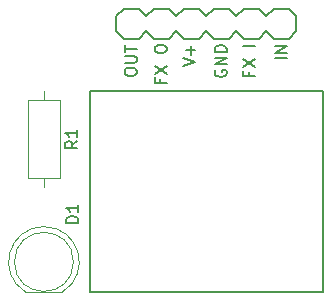
<source format=gbr>
G04 #@! TF.GenerationSoftware,KiCad,Pcbnew,(6.0.4-0)*
G04 #@! TF.CreationDate,2022-04-02T13:17:34-04:00*
G04 #@! TF.ProjectId,3pdt,33706474-2e6b-4696-9361-645f70636258,rev?*
G04 #@! TF.SameCoordinates,Original*
G04 #@! TF.FileFunction,Legend,Top*
G04 #@! TF.FilePolarity,Positive*
%FSLAX46Y46*%
G04 Gerber Fmt 4.6, Leading zero omitted, Abs format (unit mm)*
G04 Created by KiCad (PCBNEW (6.0.4-0)) date 2022-04-02 13:17:34*
%MOMM*%
%LPD*%
G01*
G04 APERTURE LIST*
%ADD10C,0.150000*%
%ADD11C,0.120000*%
%ADD12C,0.203200*%
G04 APERTURE END LIST*
D10*
X209605571Y-94678380D02*
X209605571Y-95011714D01*
X210129380Y-95011714D02*
X209129380Y-95011714D01*
X209129380Y-94535523D01*
X209129380Y-94249809D02*
X210129380Y-93583142D01*
X209129380Y-93583142D02*
X210129380Y-94249809D01*
X210129380Y-92440285D02*
X209129380Y-92440285D01*
X204049380Y-94170380D02*
X205049380Y-93837047D01*
X204049380Y-93503714D01*
X204668428Y-93170380D02*
X204668428Y-92408476D01*
X205049380Y-92789428D02*
X204287476Y-92789428D01*
X206764000Y-94487904D02*
X206716380Y-94583142D01*
X206716380Y-94726000D01*
X206764000Y-94868857D01*
X206859238Y-94964095D01*
X206954476Y-95011714D01*
X207144952Y-95059333D01*
X207287809Y-95059333D01*
X207478285Y-95011714D01*
X207573523Y-94964095D01*
X207668761Y-94868857D01*
X207716380Y-94726000D01*
X207716380Y-94630761D01*
X207668761Y-94487904D01*
X207621142Y-94440285D01*
X207287809Y-94440285D01*
X207287809Y-94630761D01*
X207716380Y-94011714D02*
X206716380Y-94011714D01*
X207716380Y-93440285D01*
X206716380Y-93440285D01*
X207716380Y-92964095D02*
X206716380Y-92964095D01*
X206716380Y-92726000D01*
X206764000Y-92583142D01*
X206859238Y-92487904D01*
X206954476Y-92440285D01*
X207144952Y-92392666D01*
X207287809Y-92392666D01*
X207478285Y-92440285D01*
X207573523Y-92487904D01*
X207668761Y-92583142D01*
X207716380Y-92726000D01*
X207716380Y-92964095D01*
X212796380Y-93487809D02*
X211796380Y-93487809D01*
X212796380Y-93011619D02*
X211796380Y-93011619D01*
X212796380Y-92440190D01*
X211796380Y-92440190D01*
X199096380Y-94726000D02*
X199096380Y-94535523D01*
X199144000Y-94440285D01*
X199239238Y-94345047D01*
X199429714Y-94297428D01*
X199763047Y-94297428D01*
X199953523Y-94345047D01*
X200048761Y-94440285D01*
X200096380Y-94535523D01*
X200096380Y-94726000D01*
X200048761Y-94821238D01*
X199953523Y-94916476D01*
X199763047Y-94964095D01*
X199429714Y-94964095D01*
X199239238Y-94916476D01*
X199144000Y-94821238D01*
X199096380Y-94726000D01*
X199096380Y-93868857D02*
X199905904Y-93868857D01*
X200001142Y-93821238D01*
X200048761Y-93773619D01*
X200096380Y-93678380D01*
X200096380Y-93487904D01*
X200048761Y-93392666D01*
X200001142Y-93345047D01*
X199905904Y-93297428D01*
X199096380Y-93297428D01*
X199096380Y-92964095D02*
X199096380Y-92392666D01*
X200096380Y-92678380D02*
X199096380Y-92678380D01*
X202112571Y-95218095D02*
X202112571Y-95551428D01*
X202636380Y-95551428D02*
X201636380Y-95551428D01*
X201636380Y-95075238D01*
X201636380Y-94789523D02*
X202636380Y-94122857D01*
X201636380Y-94122857D02*
X202636380Y-94789523D01*
X201636380Y-92789523D02*
X201636380Y-92599047D01*
X201684000Y-92503809D01*
X201779238Y-92408571D01*
X201969714Y-92360952D01*
X202303047Y-92360952D01*
X202493523Y-92408571D01*
X202588761Y-92503809D01*
X202636380Y-92599047D01*
X202636380Y-92789523D01*
X202588761Y-92884761D01*
X202493523Y-92980000D01*
X202303047Y-93027619D01*
X201969714Y-93027619D01*
X201779238Y-92980000D01*
X201684000Y-92884761D01*
X201636380Y-92789523D01*
X195143380Y-107418095D02*
X194143380Y-107418095D01*
X194143380Y-107180000D01*
X194191000Y-107037142D01*
X194286238Y-106941904D01*
X194381476Y-106894285D01*
X194571952Y-106846666D01*
X194714809Y-106846666D01*
X194905285Y-106894285D01*
X195000523Y-106941904D01*
X195095761Y-107037142D01*
X195143380Y-107180000D01*
X195143380Y-107418095D01*
X195143380Y-105894285D02*
X195143380Y-106465714D01*
X195143380Y-106180000D02*
X194143380Y-106180000D01*
X194286238Y-106275238D01*
X194381476Y-106370476D01*
X194429095Y-106465714D01*
X195072380Y-100496666D02*
X194596190Y-100830000D01*
X195072380Y-101068095D02*
X194072380Y-101068095D01*
X194072380Y-100687142D01*
X194120000Y-100591904D01*
X194167619Y-100544285D01*
X194262857Y-100496666D01*
X194405714Y-100496666D01*
X194500952Y-100544285D01*
X194548571Y-100591904D01*
X194596190Y-100687142D01*
X194596190Y-101068095D01*
X195072380Y-99544285D02*
X195072380Y-100115714D01*
X195072380Y-99830000D02*
X194072380Y-99830000D01*
X194215238Y-99925238D01*
X194310476Y-100020476D01*
X194358095Y-100115714D01*
D11*
X190705000Y-113290000D02*
X193795000Y-113290000D01*
X193794830Y-113290000D02*
G75*
G03*
X192249538Y-107740000I-1544830J2560000D01*
G01*
X192250462Y-107740000D02*
G75*
G03*
X190705170Y-113290000I-462J-2990000D01*
G01*
X194750000Y-110730000D02*
G75*
G03*
X194750000Y-110730000I-2500000J0D01*
G01*
D12*
X198374000Y-91186000D02*
X199009000Y-91821000D01*
X208534000Y-91186000D02*
X207899000Y-91821000D01*
X200914000Y-91186000D02*
X200279000Y-91821000D01*
X213614000Y-91186000D02*
X212979000Y-91821000D01*
X202819000Y-91821000D02*
X201549000Y-91821000D01*
X206629000Y-89281000D02*
X207899000Y-89281000D01*
X198374000Y-89916000D02*
X198374000Y-91186000D01*
X200914000Y-89916000D02*
X201549000Y-89281000D01*
X205359000Y-89281000D02*
X205994000Y-89916000D01*
X204089000Y-89281000D02*
X205359000Y-89281000D01*
X208534000Y-89916000D02*
X209169000Y-89281000D01*
X211074000Y-91186000D02*
X210439000Y-91821000D01*
X200279000Y-91821000D02*
X199009000Y-91821000D01*
X200279000Y-89281000D02*
X200914000Y-89916000D01*
X205994000Y-91186000D02*
X206629000Y-91821000D01*
X202819000Y-89281000D02*
X203454000Y-89916000D01*
X203454000Y-91186000D02*
X202819000Y-91821000D01*
X201549000Y-91821000D02*
X200914000Y-91186000D01*
X201549000Y-89281000D02*
X202819000Y-89281000D01*
X205359000Y-91821000D02*
X204089000Y-91821000D01*
X204089000Y-91821000D02*
X203454000Y-91186000D01*
X212979000Y-91821000D02*
X211709000Y-91821000D01*
X203454000Y-89916000D02*
X204089000Y-89281000D01*
X206629000Y-89281000D02*
X205994000Y-89916000D01*
X205994000Y-91186000D02*
X205359000Y-91821000D01*
X209169000Y-91821000D02*
X208534000Y-91186000D01*
X211709000Y-89281000D02*
X212979000Y-89281000D01*
X199009000Y-89281000D02*
X200279000Y-89281000D01*
X207899000Y-89281000D02*
X208534000Y-89916000D01*
X213614000Y-89916000D02*
X213614000Y-91186000D01*
X207899000Y-91821000D02*
X206629000Y-91821000D01*
X211709000Y-91821000D02*
X211074000Y-91186000D01*
X210439000Y-91821000D02*
X209169000Y-91821000D01*
X209169000Y-89281000D02*
X210439000Y-89281000D01*
X212979000Y-89281000D02*
X213614000Y-89916000D01*
X211074000Y-89916000D02*
X211709000Y-89281000D01*
X210439000Y-89281000D02*
X211074000Y-89916000D01*
X199009000Y-89281000D02*
X198374000Y-89916000D01*
D11*
X190880000Y-103600000D02*
X193620000Y-103600000D01*
X192250000Y-96290000D02*
X192250000Y-97060000D01*
X193620000Y-103600000D02*
X193620000Y-97060000D01*
X192250000Y-104370000D02*
X192250000Y-103600000D01*
X190880000Y-97060000D02*
X190880000Y-103600000D01*
X193620000Y-97060000D02*
X190880000Y-97060000D01*
D12*
X196152420Y-113248840D02*
X196152420Y-96251160D01*
X215847580Y-113248840D02*
X196152420Y-113248840D01*
X196152420Y-96251160D02*
X215847580Y-96251160D01*
X215847580Y-96251160D02*
X215847580Y-113248840D01*
M02*

</source>
